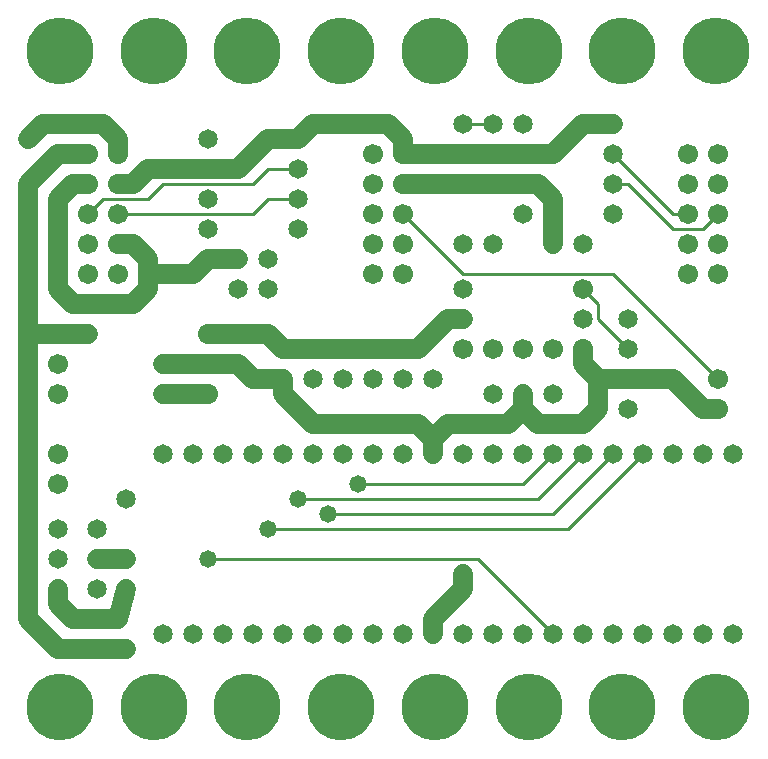
<source format=gbl>
%MOIN*%
%FSLAX25Y25*%
G04 D10 used for Character Trace; *
G04     Circle (OD=.01000) (No hole)*
G04 D11 used for Power Trace; *
G04     Circle (OD=.06500) (No hole)*
G04 D12 used for Signal Trace; *
G04     Circle (OD=.01100) (No hole)*
G04 D13 used for Via; *
G04     Circle (OD=.05800) (Round. Hole ID=.02800)*
G04 D14 used for Component hole; *
G04     Circle (OD=.06500) (Round. Hole ID=.03500)*
G04 D15 used for Component hole; *
G04     Circle (OD=.06700) (Round. Hole ID=.04300)*
G04 D16 used for Component hole; *
G04     Circle (OD=.08100) (Round. Hole ID=.05100)*
G04 D17 used for Component hole; *
G04     Circle (OD=.08900) (Round. Hole ID=.05900)*
G04 D18 used for Component hole; *
G04     Circle (OD=.11300) (Round. Hole ID=.08300)*
G04 D19 used for Component hole; *
G04     Circle (OD=.16000) (Round. Hole ID=.13000)*
G04 D20 used for Component hole; *
G04     Circle (OD=.18300) (Round. Hole ID=.15300)*
G04 D21 used for Component hole; *
G04     Circle (OD=.22291) (Round. Hole ID=.19291)*
%ADD10C,.01000*%
%ADD11C,.06500*%
%ADD12C,.01100*%
%ADD13C,.05800*%
%ADD14C,.06500*%
%ADD15C,.06700*%
%ADD16C,.08100*%
%ADD17C,.08900*%
%ADD18C,.11300*%
%ADD19C,.16000*%
%ADD20C,.18300*%
%ADD21C,.22291*%
%IPPOS*%
%LPD*%
G90*X0Y0D02*D21*X15625Y15625D03*D14*              
X37500Y35000D03*D11*X15000D01*X5000Y45000D01*     
Y140000D01*X25000D01*D13*D03*D15*X15000Y130000D03*
D11*X20000Y150000D02*X40000D01*X45000Y155000D01*  
Y160000D01*X60000D01*X65000Y165000D01*X75000D01*  
D14*D03*X85000Y155000D03*X65000Y175000D03*        
X85000Y165000D03*X75000Y155000D03*D12*            
X35000Y180000D02*X80000D01*D15*X35000D03*D12*     
X25000D02*X30000Y185000D01*D15*X25000Y180000D03*  
D12*X30000Y185000D02*X45000D01*X50000Y190000D01*  
X80000D01*X85000Y195000D01*X95000D01*D14*D03*D11* 
X75000D02*X85000Y205000D01*X65000Y195000D02*      
X75000D01*D14*X65000D03*D11*X45000D01*            
X40000Y190000D01*X35000D01*D15*D03*               
X25000Y200000D03*D11*X15000D01*X5000Y190000D01*   
Y140000D01*X20000Y150000D02*X15000Y155000D01*     
Y185000D01*X20000Y190000D01*X25000D01*D15*D03*    
X35000Y200000D03*D11*Y205000D01*X30000Y210000D01* 
X10000D01*X5000Y205000D01*D13*D03*D21*            
X15625Y234375D03*D11*X45000Y165000D02*            
X40000Y170000D01*X45000Y160000D02*Y165000D01*D15* 
X35000Y170000D03*D11*X40000D01*D15*               
X35000Y160000D03*X25000Y170000D03*Y160000D03*D14* 
X65000Y185000D03*D15*Y140000D03*D11*X85000D01*    
X90000Y135000D01*D14*D03*D11*X100000D01*D14*D03*  
D11*X110000D01*D14*D03*D11*X120000D01*D14*D03*D11*
X135000D01*X145000Y145000D01*X150000D01*D14*D03*  
D15*X160000Y135000D03*D14*X150000Y155000D03*D15*  
Y135000D03*D12*Y160000D02*X200000D01*             
X235000Y125000D01*D15*D03*D11*X230000Y115000D02*  
X235000D01*D15*D03*D11*X230000D02*                
X220000Y125000D01*X205000D01*D14*D03*D11*         
X195000D01*Y115000D01*X190000Y110000D01*          
X175000D01*X170000Y115000D01*X165000Y110000D01*   
X145000D01*X140000Y105000D01*Y100000D01*D14*D03*  
D11*Y105000D02*X135000Y110000D01*X100000D01*      
X90000Y120000D01*Y125000D01*D14*D03*D11*X80000D01*
X75000Y130000D01*D15*D03*D11*X50000D01*D14*D03*   
Y120000D03*D11*X65000D01*D15*D03*D14*             
X50000Y100000D03*X60000D03*X70000D03*X80000D03*   
X90000D03*X37500Y85000D03*X100000Y100000D03*      
Y125000D03*D13*X95000Y85000D03*D12*X175000D01*    
X190000Y100000D01*D14*D03*X200000D03*D12*         
X180000Y80000D01*X105000D01*D13*D03*              
X115000Y90000D03*D12*X170000D01*X180000Y100000D01*
D14*D03*X170000D03*D11*Y115000D02*Y120000D01*D14* 
D03*X180000D03*X160000D03*D15*X180000Y135000D03*  
X170000D03*D14*X150000Y100000D03*X160000D03*D11*  
X195000Y125000D02*X190000Y130000D01*Y135000D01*   
D15*D03*D12*X205000D02*X195000Y145000D01*D14*     
X205000Y135000D03*D12*X195000Y145000D02*          
Y150000D01*X190000Y155000D01*D15*D03*D14*         
Y145000D03*X205000D03*X190000Y170000D03*          
X180000D03*D11*Y185000D01*X175000Y190000D01*      
X170000D01*D14*D03*D11*X130000D01*D15*D03*        
X120000Y200000D03*Y180000D03*X130000Y200000D03*   
D11*X170000D01*D14*D03*D11*X180000D01*            
X190000Y210000D01*X200000D01*D14*D03*Y200000D03*  
D12*X220000Y180000D01*X225000D01*D15*D03*D12*     
X220000Y175000D02*X230000D01*X220000D02*          
X205000Y190000D01*X200000D01*D14*D03*Y180000D03*  
D15*X225000Y170000D03*Y190000D03*Y200000D03*D14*  
X170000Y210000D03*D12*X230000Y175000D02*          
X235000Y180000D01*D15*D03*Y190000D03*Y170000D03*  
X225000Y160000D03*X235000Y200000D03*Y160000D03*   
D21*X234375Y234375D03*X203125D03*X171875D03*D14*  
X205000Y115000D03*X170000Y180000D03*              
X160000Y210000D03*D12*X150000D01*D14*D03*D11*     
X130000Y200000D02*Y205000D01*X125000Y210000D01*   
X100000D01*X95000Y205000D01*D14*D03*D11*X85000D01*
D14*X65000D03*D12*X80000Y180000D02*               
X85000Y185000D01*X95000D01*D14*D03*Y175000D03*D15*
X120000Y160000D03*Y170000D03*Y190000D03*          
X130000Y160000D03*Y170000D03*Y180000D03*D12*      
X150000Y160000D01*D14*X160000Y170000D03*          
X150000D03*X120000Y125000D03*X130000D03*          
X140000D03*X110000D03*X210000Y100000D03*D12*      
X185000Y75000D01*X85000D01*D13*D03*               
X65000Y65000D03*D12*X155000D01*X180000Y40000D01*  
D14*D03*X190000D03*X170000D03*X200000D03*         
X160000D03*D21*X203125Y15625D03*X171875D03*D13*   
X150000Y60000D03*D11*Y55000D01*X140000Y45000D01*  
Y40000D01*D14*D03*X150000D03*X130000D03*          
X120000D03*D21*X140625Y15625D03*D14*              
X110000Y40000D03*D21*X109375Y15625D03*D14*        
X100000Y40000D03*X90000D03*X80000D03*             
X130000Y100000D03*X120000D03*D21*X78125Y15625D03* 
D14*X110000Y100000D03*X210000Y40000D03*X70000D03* 
X220000D03*X60000D03*X220000Y100000D03*           
X230000Y40000D03*X50000D03*X230000Y100000D03*D21* 
X234375Y15625D03*X46875D03*D14*X240000Y40000D03*  
Y100000D03*X37500Y65000D03*D11*X28000D01*D14*D03* 
X37500Y55000D03*D11*X35000Y45000D01*X20000D01*    
X15000Y50000D01*Y55000D01*D14*D03*X28000D03*      
X15000Y65000D03*X28000Y75000D03*X15000D03*D15*    
Y90000D03*Y100000D03*Y120000D03*D21*              
X140625Y234375D03*X109375D03*X78125D03*X46875D03* 
M02*                                              

</source>
